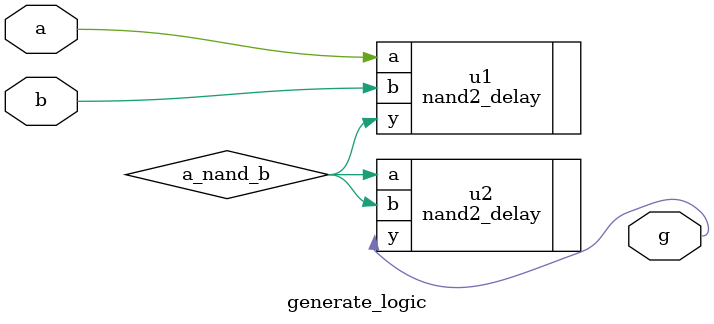
<source format=sv>
module generate_logic 
(
	input logic a,
    	input logic b,
	output logic g
);

	logic a_nand_b;  

	nand2_delay u1 // NANDing A and B
	(
		.a(a), 
	  	.b(b), 
    		.y(a_nand_b)
	); 

  	nand2_delay u2 // inverting the nand output to get the "A and B" function for generate
  	(
		.a(a_nand_b), 
		.b(a_nand_b), 
	  	.y(g)
	); 

endmodule
</source>
